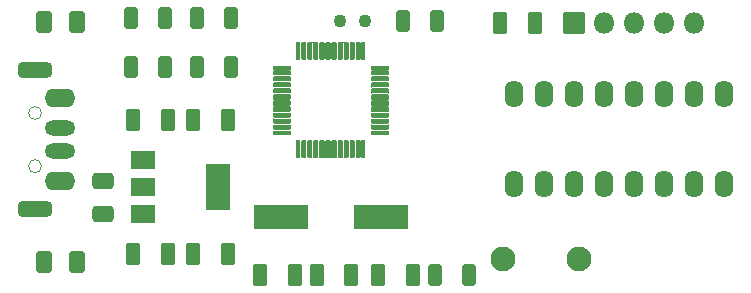
<source format=gbr>
%TF.GenerationSoftware,KiCad,Pcbnew,(7.0.0)*%
%TF.CreationDate,2023-03-02T18:54:12-05:00*%
%TF.ProjectId,STM32_XTW2,53544d33-325f-4585-9457-322e6b696361,rev?*%
%TF.SameCoordinates,Original*%
%TF.FileFunction,Soldermask,Top*%
%TF.FilePolarity,Negative*%
%FSLAX46Y46*%
G04 Gerber Fmt 4.6, Leading zero omitted, Abs format (unit mm)*
G04 Created by KiCad (PCBNEW (7.0.0)) date 2023-03-02 18:54:12*
%MOMM*%
%LPD*%
G01*
G04 APERTURE LIST*
G04 Aperture macros list*
%AMRoundRect*
0 Rectangle with rounded corners*
0 $1 Rounding radius*
0 $2 $3 $4 $5 $6 $7 $8 $9 X,Y pos of 4 corners*
0 Add a 4 corners polygon primitive as box body*
4,1,4,$2,$3,$4,$5,$6,$7,$8,$9,$2,$3,0*
0 Add four circle primitives for the rounded corners*
1,1,$1+$1,$2,$3*
1,1,$1+$1,$4,$5*
1,1,$1+$1,$6,$7*
1,1,$1+$1,$8,$9*
0 Add four rect primitives between the rounded corners*
20,1,$1+$1,$2,$3,$4,$5,0*
20,1,$1+$1,$4,$5,$6,$7,0*
20,1,$1+$1,$6,$7,$8,$9,0*
20,1,$1+$1,$8,$9,$2,$3,0*%
G04 Aperture macros list end*
%TA.AperFunction,Profile*%
%ADD10C,0.050000*%
%TD*%
%ADD11RoundRect,0.300800X0.325000X0.650000X-0.325000X0.650000X-0.325000X-0.650000X0.325000X-0.650000X0*%
%ADD12RoundRect,0.300800X-0.325000X-0.650000X0.325000X-0.650000X0.325000X0.650000X-0.325000X0.650000X0*%
%ADD13C,1.101600*%
%ADD14RoundRect,0.300800X-0.375000X-0.625000X0.375000X-0.625000X0.375000X0.625000X-0.375000X0.625000X0*%
%ADD15RoundRect,0.050800X2.250000X1.000000X-2.250000X1.000000X-2.250000X-1.000000X2.250000X-1.000000X0*%
%ADD16RoundRect,0.300800X-0.625000X0.375000X-0.625000X-0.375000X0.625000X-0.375000X0.625000X0.375000X0*%
%ADD17RoundRect,0.300800X-0.312500X-0.625000X0.312500X-0.625000X0.312500X0.625000X-0.312500X0.625000X0*%
%ADD18RoundRect,0.050800X-1.000000X-0.750000X1.000000X-0.750000X1.000000X0.750000X-1.000000X0.750000X0*%
%ADD19RoundRect,0.050800X-1.000000X-1.900000X1.000000X-1.900000X1.000000X1.900000X-1.000000X1.900000X0*%
%ADD20O,1.602740X2.301240*%
%ADD21C,2.101600*%
%ADD22RoundRect,0.125800X0.075000X-0.662500X0.075000X0.662500X-0.075000X0.662500X-0.075000X-0.662500X0*%
%ADD23RoundRect,0.125800X0.662500X-0.075000X0.662500X0.075000X-0.662500X0.075000X-0.662500X-0.075000X0*%
%ADD24RoundRect,0.300800X0.312500X0.625000X-0.312500X0.625000X-0.312500X-0.625000X0.312500X-0.625000X0*%
%ADD25RoundRect,0.050800X0.850000X-0.850000X0.850000X0.850000X-0.850000X0.850000X-0.850000X-0.850000X0*%
%ADD26O,1.801600X1.801600*%
%ADD27O,2.601600X1.601600*%
%ADD28O,2.601600X1.301600*%
%ADD29RoundRect,0.350800X-1.100000X0.300000X-1.100000X-0.300000X1.100000X-0.300000X1.100000X0.300000X0*%
G04 APERTURE END LIST*
D10*
%TO.C,J1*%
X130436500Y-87700000D02*
G75*
G03*
X130436500Y-87700000I-550000J0D01*
G01*
X130436500Y-92200000D02*
G75*
G03*
X130436500Y-92200000I-550000J0D01*
G01*
%TD*%
D11*
%TO.C,C8*%
X172186600Y-80060800D03*
X169236600Y-80060800D03*
%TD*%
%TO.C,C4*%
X141150000Y-88314500D03*
X138200000Y-88314500D03*
%TD*%
D12*
%TO.C,C1*%
X148965000Y-101396800D03*
X151915000Y-101396800D03*
%TD*%
D13*
%TO.C,TP1*%
X157861000Y-79883000D03*
%TD*%
D12*
%TO.C,C7*%
X143280000Y-99617500D03*
X146230000Y-99617500D03*
%TD*%
D14*
%TO.C,D2*%
X130680000Y-80010000D03*
X133480000Y-80010000D03*
%TD*%
D15*
%TO.C,Y1*%
X159190000Y-96520000D03*
X150690000Y-96520000D03*
%TD*%
D16*
%TO.C,F1*%
X135678250Y-93450000D03*
X135678250Y-96250000D03*
%TD*%
D17*
%TO.C,R3*%
X137971000Y-83845400D03*
X140896000Y-83845400D03*
%TD*%
%TO.C,R2*%
X143571500Y-83845400D03*
X146496500Y-83845400D03*
%TD*%
D18*
%TO.C,U2*%
X139065000Y-91666000D03*
X139065000Y-93966000D03*
D19*
X145365000Y-93966000D03*
D18*
X139065000Y-96266000D03*
%TD*%
D20*
%TO.C,ZIF*%
X188203999Y-86105999D03*
X185663999Y-86105999D03*
X183123999Y-86105999D03*
X180583999Y-86105999D03*
X178043999Y-86105999D03*
X175503999Y-86105999D03*
X172963999Y-86105999D03*
X170423999Y-86105999D03*
X170423999Y-93725999D03*
X172963999Y-93725999D03*
X175503999Y-93725999D03*
X178043999Y-93725999D03*
X180583999Y-93725999D03*
X183123999Y-93725999D03*
X185663999Y-93725999D03*
X188203999Y-93725999D03*
%TD*%
D14*
%TO.C,D1*%
X130680000Y-100330000D03*
X133480000Y-100330000D03*
%TD*%
D21*
%TO.C,SW1*%
X169470000Y-100076000D03*
X175970000Y-100076000D03*
%TD*%
D17*
%TO.C,R6*%
X161036000Y-79883000D03*
X163961000Y-79883000D03*
%TD*%
D22*
%TO.C,U1*%
X152190000Y-90764500D03*
X152690000Y-90764500D03*
X153190000Y-90764500D03*
X153690000Y-90764500D03*
X154190000Y-90764500D03*
X154690000Y-90764500D03*
X155190000Y-90764500D03*
X155690000Y-90764500D03*
X156190000Y-90764500D03*
X156690000Y-90764500D03*
X157190000Y-90764500D03*
X157690000Y-90764500D03*
D23*
X159102500Y-89352000D03*
X159102500Y-88852000D03*
X159102500Y-88352000D03*
X159102500Y-87852000D03*
X159102500Y-87352000D03*
X159102500Y-86852000D03*
X159102500Y-86352000D03*
X159102500Y-85852000D03*
X159102500Y-85352000D03*
X159102500Y-84852000D03*
X159102500Y-84352000D03*
X159102500Y-83852000D03*
D22*
X157690000Y-82439500D03*
X157190000Y-82439500D03*
X156690000Y-82439500D03*
X156190000Y-82439500D03*
X155690000Y-82439500D03*
X155190000Y-82439500D03*
X154690000Y-82439500D03*
X154190000Y-82439500D03*
X153690000Y-82439500D03*
X153190000Y-82439500D03*
X152690000Y-82439500D03*
X152190000Y-82439500D03*
D23*
X150777500Y-83852000D03*
X150777500Y-84352000D03*
X150777500Y-84852000D03*
X150777500Y-85352000D03*
X150777500Y-85852000D03*
X150777500Y-86352000D03*
X150777500Y-86852000D03*
X150777500Y-87352000D03*
X150777500Y-87852000D03*
X150777500Y-88352000D03*
X150777500Y-88852000D03*
X150777500Y-89352000D03*
%TD*%
D24*
%TO.C,R1*%
X166653400Y-101396800D03*
X163728400Y-101396800D03*
%TD*%
D25*
%TO.C,J2*%
X175504000Y-80060800D03*
D26*
X178043999Y-80060799D03*
X180583999Y-80060799D03*
X183123999Y-80060799D03*
X185663999Y-80060799D03*
%TD*%
D12*
%TO.C,C5*%
X143280000Y-88314500D03*
X146230000Y-88314500D03*
%TD*%
D11*
%TO.C,C2*%
X156669000Y-101396800D03*
X153719000Y-101396800D03*
%TD*%
D13*
%TO.C,TP2*%
X155702000Y-79883000D03*
%TD*%
D11*
%TO.C,C6*%
X141150000Y-99617500D03*
X138200000Y-99617500D03*
%TD*%
%TO.C,C3*%
X161886700Y-101396800D03*
X158936700Y-101396800D03*
%TD*%
D17*
%TO.C,R5*%
X143571500Y-79654400D03*
X146496500Y-79654400D03*
%TD*%
D27*
%TO.C,J1*%
X132016499Y-93449999D03*
D28*
X132016499Y-90949999D03*
X132016499Y-88949999D03*
D27*
X132016499Y-86449999D03*
D29*
X129886500Y-84100000D03*
X129886500Y-95800000D03*
%TD*%
D17*
%TO.C,R4*%
X137983500Y-79654400D03*
X140908500Y-79654400D03*
%TD*%
G36*
X157511580Y-90036822D02*
G01*
X157511364Y-90038617D01*
X157500660Y-90054637D01*
X157491200Y-90102199D01*
X157491200Y-91426801D01*
X157500660Y-91474362D01*
X157511363Y-91490380D01*
X157511579Y-91492175D01*
X157510260Y-91493411D01*
X157508482Y-91493078D01*
X157467896Y-91461935D01*
X157412104Y-91461935D01*
X157371517Y-91493078D01*
X157369739Y-91493411D01*
X157368420Y-91492175D01*
X157368636Y-91490380D01*
X157379339Y-91474362D01*
X157388800Y-91426801D01*
X157388800Y-90102199D01*
X157379339Y-90054637D01*
X157368635Y-90038617D01*
X157368419Y-90036822D01*
X157369738Y-90035586D01*
X157371516Y-90035919D01*
X157412105Y-90067064D01*
X157467895Y-90067064D01*
X157508483Y-90035919D01*
X157510261Y-90035586D01*
X157511580Y-90036822D01*
G37*
G36*
X157011580Y-90036822D02*
G01*
X157011364Y-90038617D01*
X157000660Y-90054637D01*
X156991200Y-90102199D01*
X156991200Y-91426801D01*
X157000660Y-91474362D01*
X157011363Y-91490380D01*
X157011579Y-91492175D01*
X157010260Y-91493411D01*
X157008482Y-91493078D01*
X156967896Y-91461935D01*
X156912104Y-91461935D01*
X156871517Y-91493078D01*
X156869739Y-91493411D01*
X156868420Y-91492175D01*
X156868636Y-91490380D01*
X156879339Y-91474362D01*
X156888800Y-91426801D01*
X156888800Y-90102199D01*
X156879339Y-90054637D01*
X156868635Y-90038617D01*
X156868419Y-90036822D01*
X156869738Y-90035586D01*
X156871516Y-90035919D01*
X156912105Y-90067064D01*
X156967895Y-90067064D01*
X157008483Y-90035919D01*
X157010261Y-90035586D01*
X157011580Y-90036822D01*
G37*
G36*
X156511580Y-90036822D02*
G01*
X156511364Y-90038617D01*
X156500660Y-90054637D01*
X156491200Y-90102199D01*
X156491200Y-91426801D01*
X156500660Y-91474362D01*
X156511363Y-91490380D01*
X156511579Y-91492175D01*
X156510260Y-91493411D01*
X156508482Y-91493078D01*
X156467896Y-91461935D01*
X156412104Y-91461935D01*
X156371517Y-91493078D01*
X156369739Y-91493411D01*
X156368420Y-91492175D01*
X156368636Y-91490380D01*
X156379339Y-91474362D01*
X156388800Y-91426801D01*
X156388800Y-90102199D01*
X156379339Y-90054637D01*
X156368635Y-90038617D01*
X156368419Y-90036822D01*
X156369738Y-90035586D01*
X156371516Y-90035919D01*
X156412105Y-90067064D01*
X156467895Y-90067064D01*
X156508483Y-90035919D01*
X156510261Y-90035586D01*
X156511580Y-90036822D01*
G37*
G36*
X156011580Y-90036822D02*
G01*
X156011364Y-90038617D01*
X156000660Y-90054637D01*
X155991200Y-90102199D01*
X155991200Y-91426801D01*
X156000660Y-91474362D01*
X156011363Y-91490380D01*
X156011579Y-91492175D01*
X156010260Y-91493411D01*
X156008482Y-91493078D01*
X155967896Y-91461935D01*
X155912104Y-91461935D01*
X155871517Y-91493078D01*
X155869739Y-91493411D01*
X155868420Y-91492175D01*
X155868636Y-91490380D01*
X155879339Y-91474362D01*
X155888800Y-91426801D01*
X155888800Y-90102199D01*
X155879339Y-90054637D01*
X155868635Y-90038617D01*
X155868419Y-90036822D01*
X155869738Y-90035586D01*
X155871516Y-90035919D01*
X155912105Y-90067064D01*
X155967895Y-90067064D01*
X156008483Y-90035919D01*
X156010261Y-90035586D01*
X156011580Y-90036822D01*
G37*
G36*
X155511580Y-90036822D02*
G01*
X155511364Y-90038617D01*
X155500660Y-90054637D01*
X155491200Y-90102199D01*
X155491200Y-91426801D01*
X155500660Y-91474362D01*
X155511363Y-91490380D01*
X155511579Y-91492175D01*
X155510260Y-91493411D01*
X155508482Y-91493078D01*
X155467896Y-91461935D01*
X155412104Y-91461935D01*
X155371517Y-91493078D01*
X155369739Y-91493411D01*
X155368420Y-91492175D01*
X155368636Y-91490380D01*
X155379339Y-91474362D01*
X155388800Y-91426801D01*
X155388800Y-90102199D01*
X155379339Y-90054637D01*
X155368635Y-90038617D01*
X155368419Y-90036822D01*
X155369738Y-90035586D01*
X155371516Y-90035919D01*
X155412105Y-90067064D01*
X155467895Y-90067064D01*
X155508483Y-90035919D01*
X155510261Y-90035586D01*
X155511580Y-90036822D01*
G37*
G36*
X155011580Y-90036822D02*
G01*
X155011364Y-90038617D01*
X155000660Y-90054637D01*
X154991200Y-90102199D01*
X154991200Y-91426801D01*
X155000660Y-91474362D01*
X155011363Y-91490380D01*
X155011579Y-91492175D01*
X155010260Y-91493411D01*
X155008482Y-91493078D01*
X154967896Y-91461935D01*
X154912104Y-91461935D01*
X154871517Y-91493078D01*
X154869739Y-91493411D01*
X154868420Y-91492175D01*
X154868636Y-91490380D01*
X154879339Y-91474362D01*
X154888800Y-91426801D01*
X154888800Y-90102199D01*
X154879339Y-90054637D01*
X154868635Y-90038617D01*
X154868419Y-90036822D01*
X154869738Y-90035586D01*
X154871516Y-90035919D01*
X154912105Y-90067064D01*
X154967895Y-90067064D01*
X155008483Y-90035919D01*
X155010261Y-90035586D01*
X155011580Y-90036822D01*
G37*
G36*
X154511580Y-90036822D02*
G01*
X154511364Y-90038617D01*
X154500660Y-90054637D01*
X154491200Y-90102199D01*
X154491200Y-91426801D01*
X154500660Y-91474362D01*
X154511363Y-91490380D01*
X154511579Y-91492175D01*
X154510260Y-91493411D01*
X154508482Y-91493078D01*
X154467896Y-91461935D01*
X154412104Y-91461935D01*
X154371517Y-91493078D01*
X154369739Y-91493411D01*
X154368420Y-91492175D01*
X154368636Y-91490380D01*
X154379339Y-91474362D01*
X154388800Y-91426801D01*
X154388800Y-90102199D01*
X154379339Y-90054637D01*
X154368635Y-90038617D01*
X154368419Y-90036822D01*
X154369738Y-90035586D01*
X154371516Y-90035919D01*
X154412105Y-90067064D01*
X154467895Y-90067064D01*
X154508483Y-90035919D01*
X154510261Y-90035586D01*
X154511580Y-90036822D01*
G37*
G36*
X154011580Y-90036822D02*
G01*
X154011364Y-90038617D01*
X154000660Y-90054637D01*
X153991200Y-90102199D01*
X153991200Y-91426801D01*
X154000660Y-91474362D01*
X154011363Y-91490380D01*
X154011579Y-91492175D01*
X154010260Y-91493411D01*
X154008482Y-91493078D01*
X153967896Y-91461935D01*
X153912104Y-91461935D01*
X153871517Y-91493078D01*
X153869739Y-91493411D01*
X153868420Y-91492175D01*
X153868636Y-91490380D01*
X153879339Y-91474362D01*
X153888800Y-91426801D01*
X153888800Y-90102199D01*
X153879339Y-90054637D01*
X153868635Y-90038617D01*
X153868419Y-90036822D01*
X153869738Y-90035586D01*
X153871516Y-90035919D01*
X153912105Y-90067064D01*
X153967895Y-90067064D01*
X154008483Y-90035919D01*
X154010261Y-90035586D01*
X154011580Y-90036822D01*
G37*
G36*
X153511580Y-90036822D02*
G01*
X153511364Y-90038617D01*
X153500660Y-90054637D01*
X153491200Y-90102199D01*
X153491200Y-91426801D01*
X153500660Y-91474362D01*
X153511363Y-91490380D01*
X153511579Y-91492175D01*
X153510260Y-91493411D01*
X153508482Y-91493078D01*
X153467896Y-91461935D01*
X153412104Y-91461935D01*
X153371517Y-91493078D01*
X153369739Y-91493411D01*
X153368420Y-91492175D01*
X153368636Y-91490380D01*
X153379339Y-91474362D01*
X153388800Y-91426801D01*
X153388800Y-90102199D01*
X153379339Y-90054637D01*
X153368635Y-90038617D01*
X153368419Y-90036822D01*
X153369738Y-90035586D01*
X153371516Y-90035919D01*
X153412105Y-90067064D01*
X153467895Y-90067064D01*
X153508483Y-90035919D01*
X153510261Y-90035586D01*
X153511580Y-90036822D01*
G37*
G36*
X153011580Y-90036822D02*
G01*
X153011364Y-90038617D01*
X153000660Y-90054637D01*
X152991200Y-90102199D01*
X152991200Y-91426801D01*
X153000660Y-91474362D01*
X153011363Y-91490380D01*
X153011579Y-91492175D01*
X153010260Y-91493411D01*
X153008482Y-91493078D01*
X152967896Y-91461935D01*
X152912104Y-91461935D01*
X152871517Y-91493078D01*
X152869739Y-91493411D01*
X152868420Y-91492175D01*
X152868636Y-91490380D01*
X152879339Y-91474362D01*
X152888800Y-91426801D01*
X152888800Y-90102199D01*
X152879339Y-90054637D01*
X152868635Y-90038617D01*
X152868419Y-90036822D01*
X152869738Y-90035586D01*
X152871516Y-90035919D01*
X152912105Y-90067064D01*
X152967895Y-90067064D01*
X153008483Y-90035919D01*
X153010261Y-90035586D01*
X153011580Y-90036822D01*
G37*
G36*
X152511580Y-90036822D02*
G01*
X152511364Y-90038617D01*
X152500660Y-90054637D01*
X152491200Y-90102199D01*
X152491200Y-91426801D01*
X152500660Y-91474362D01*
X152511363Y-91490380D01*
X152511579Y-91492175D01*
X152510260Y-91493411D01*
X152508482Y-91493078D01*
X152467896Y-91461935D01*
X152412104Y-91461935D01*
X152371517Y-91493078D01*
X152369739Y-91493411D01*
X152368420Y-91492175D01*
X152368636Y-91490380D01*
X152379339Y-91474362D01*
X152388800Y-91426801D01*
X152388800Y-90102199D01*
X152379339Y-90054637D01*
X152368635Y-90038617D01*
X152368419Y-90036822D01*
X152369738Y-90035586D01*
X152371516Y-90035919D01*
X152412105Y-90067064D01*
X152467895Y-90067064D01*
X152508483Y-90035919D01*
X152510261Y-90035586D01*
X152511580Y-90036822D01*
G37*
G36*
X158376617Y-89030635D02*
G01*
X158392637Y-89041339D01*
X158440199Y-89050800D01*
X159764801Y-89050800D01*
X159812362Y-89041339D01*
X159828380Y-89030636D01*
X159830175Y-89030420D01*
X159831411Y-89031739D01*
X159831078Y-89033517D01*
X159799935Y-89074104D01*
X159799935Y-89129896D01*
X159831078Y-89170482D01*
X159831411Y-89172260D01*
X159830175Y-89173579D01*
X159828380Y-89173363D01*
X159812362Y-89162660D01*
X159764801Y-89153200D01*
X158440199Y-89153200D01*
X158392637Y-89162660D01*
X158376617Y-89173364D01*
X158374822Y-89173580D01*
X158373586Y-89172261D01*
X158373919Y-89170483D01*
X158405064Y-89129895D01*
X158405064Y-89074105D01*
X158373919Y-89033516D01*
X158373586Y-89031738D01*
X158374822Y-89030419D01*
X158376617Y-89030635D01*
G37*
G36*
X150051617Y-89030635D02*
G01*
X150067637Y-89041339D01*
X150115199Y-89050800D01*
X151439801Y-89050800D01*
X151487362Y-89041339D01*
X151503380Y-89030636D01*
X151505175Y-89030420D01*
X151506411Y-89031739D01*
X151506078Y-89033517D01*
X151474935Y-89074104D01*
X151474935Y-89129896D01*
X151506078Y-89170482D01*
X151506411Y-89172260D01*
X151505175Y-89173579D01*
X151503380Y-89173363D01*
X151487362Y-89162660D01*
X151439801Y-89153200D01*
X150115199Y-89153200D01*
X150067637Y-89162660D01*
X150051617Y-89173364D01*
X150049822Y-89173580D01*
X150048586Y-89172261D01*
X150048919Y-89170483D01*
X150080064Y-89129895D01*
X150080064Y-89074105D01*
X150048919Y-89033516D01*
X150048586Y-89031738D01*
X150049822Y-89030419D01*
X150051617Y-89030635D01*
G37*
G36*
X158376617Y-88530635D02*
G01*
X158392637Y-88541339D01*
X158440199Y-88550800D01*
X159764801Y-88550800D01*
X159812362Y-88541339D01*
X159828380Y-88530636D01*
X159830175Y-88530420D01*
X159831411Y-88531739D01*
X159831078Y-88533517D01*
X159799935Y-88574104D01*
X159799935Y-88629896D01*
X159831078Y-88670482D01*
X159831411Y-88672260D01*
X159830175Y-88673579D01*
X159828380Y-88673363D01*
X159812362Y-88662660D01*
X159764801Y-88653200D01*
X158440199Y-88653200D01*
X158392637Y-88662660D01*
X158376617Y-88673364D01*
X158374822Y-88673580D01*
X158373586Y-88672261D01*
X158373919Y-88670483D01*
X158405064Y-88629895D01*
X158405064Y-88574105D01*
X158373919Y-88533516D01*
X158373586Y-88531738D01*
X158374822Y-88530419D01*
X158376617Y-88530635D01*
G37*
G36*
X150051617Y-88530635D02*
G01*
X150067637Y-88541339D01*
X150115199Y-88550800D01*
X151439801Y-88550800D01*
X151487362Y-88541339D01*
X151503380Y-88530636D01*
X151505175Y-88530420D01*
X151506411Y-88531739D01*
X151506078Y-88533517D01*
X151474935Y-88574104D01*
X151474935Y-88629896D01*
X151506078Y-88670482D01*
X151506411Y-88672260D01*
X151505175Y-88673579D01*
X151503380Y-88673363D01*
X151487362Y-88662660D01*
X151439801Y-88653200D01*
X150115199Y-88653200D01*
X150067637Y-88662660D01*
X150051617Y-88673364D01*
X150049822Y-88673580D01*
X150048586Y-88672261D01*
X150048919Y-88670483D01*
X150080064Y-88629895D01*
X150080064Y-88574105D01*
X150048919Y-88533516D01*
X150048586Y-88531738D01*
X150049822Y-88530419D01*
X150051617Y-88530635D01*
G37*
G36*
X159831411Y-88031739D02*
G01*
X159831078Y-88033517D01*
X159799935Y-88074104D01*
X159799935Y-88129896D01*
X159831078Y-88170482D01*
X159831411Y-88172260D01*
X159830175Y-88173579D01*
X159828380Y-88173363D01*
X159812362Y-88162660D01*
X159764801Y-88153200D01*
X158440199Y-88153200D01*
X158392637Y-88162660D01*
X158376618Y-88173364D01*
X158374823Y-88173580D01*
X158373587Y-88172261D01*
X158373920Y-88170483D01*
X158405064Y-88129893D01*
X158405064Y-88074101D01*
X158373921Y-88033517D01*
X158373588Y-88031739D01*
X158374824Y-88030420D01*
X158376619Y-88030636D01*
X158392637Y-88041339D01*
X158440199Y-88050800D01*
X159764801Y-88050800D01*
X159812362Y-88041339D01*
X159828380Y-88030636D01*
X159830175Y-88030420D01*
X159831411Y-88031739D01*
G37*
G36*
X151506411Y-88031739D02*
G01*
X151506078Y-88033517D01*
X151474935Y-88074104D01*
X151474935Y-88129896D01*
X151506078Y-88170482D01*
X151506411Y-88172260D01*
X151505175Y-88173579D01*
X151503380Y-88173363D01*
X151487362Y-88162660D01*
X151439801Y-88153200D01*
X150115199Y-88153200D01*
X150067637Y-88162660D01*
X150051618Y-88173364D01*
X150049823Y-88173580D01*
X150048587Y-88172261D01*
X150048920Y-88170483D01*
X150080064Y-88129893D01*
X150080064Y-88074101D01*
X150048921Y-88033517D01*
X150048588Y-88031739D01*
X150049824Y-88030420D01*
X150051619Y-88030636D01*
X150067637Y-88041339D01*
X150115199Y-88050800D01*
X151439801Y-88050800D01*
X151487362Y-88041339D01*
X151503380Y-88030636D01*
X151505175Y-88030420D01*
X151506411Y-88031739D01*
G37*
G36*
X158376617Y-87530635D02*
G01*
X158392637Y-87541339D01*
X158440199Y-87550800D01*
X159764801Y-87550800D01*
X159812362Y-87541339D01*
X159828380Y-87530636D01*
X159830175Y-87530420D01*
X159831411Y-87531739D01*
X159831078Y-87533517D01*
X159799935Y-87574104D01*
X159799935Y-87629896D01*
X159831078Y-87670482D01*
X159831411Y-87672260D01*
X159830175Y-87673579D01*
X159828380Y-87673363D01*
X159812362Y-87662660D01*
X159764801Y-87653200D01*
X158440199Y-87653200D01*
X158392637Y-87662660D01*
X158376617Y-87673364D01*
X158374822Y-87673580D01*
X158373586Y-87672261D01*
X158373919Y-87670483D01*
X158405064Y-87629895D01*
X158405064Y-87574105D01*
X158373919Y-87533516D01*
X158373586Y-87531738D01*
X158374822Y-87530419D01*
X158376617Y-87530635D01*
G37*
G36*
X150051617Y-87530635D02*
G01*
X150067637Y-87541339D01*
X150115199Y-87550800D01*
X151439801Y-87550800D01*
X151487362Y-87541339D01*
X151503380Y-87530636D01*
X151505175Y-87530420D01*
X151506411Y-87531739D01*
X151506078Y-87533517D01*
X151474935Y-87574104D01*
X151474935Y-87629896D01*
X151506078Y-87670482D01*
X151506411Y-87672260D01*
X151505175Y-87673579D01*
X151503380Y-87673363D01*
X151487362Y-87662660D01*
X151439801Y-87653200D01*
X150115199Y-87653200D01*
X150067637Y-87662660D01*
X150051617Y-87673364D01*
X150049822Y-87673580D01*
X150048586Y-87672261D01*
X150048919Y-87670483D01*
X150080064Y-87629895D01*
X150080064Y-87574105D01*
X150048919Y-87533516D01*
X150048586Y-87531738D01*
X150049822Y-87530419D01*
X150051617Y-87530635D01*
G37*
G36*
X158376617Y-87030635D02*
G01*
X158392637Y-87041339D01*
X158440199Y-87050800D01*
X159764801Y-87050800D01*
X159812362Y-87041339D01*
X159828380Y-87030636D01*
X159830175Y-87030420D01*
X159831411Y-87031739D01*
X159831078Y-87033517D01*
X159799935Y-87074104D01*
X159799935Y-87129896D01*
X159831078Y-87170482D01*
X159831411Y-87172260D01*
X159830175Y-87173579D01*
X159828380Y-87173363D01*
X159812362Y-87162660D01*
X159764801Y-87153200D01*
X158440199Y-87153200D01*
X158392637Y-87162660D01*
X158376617Y-87173364D01*
X158374822Y-87173580D01*
X158373586Y-87172261D01*
X158373919Y-87170483D01*
X158405064Y-87129895D01*
X158405064Y-87074105D01*
X158373919Y-87033516D01*
X158373586Y-87031738D01*
X158374822Y-87030419D01*
X158376617Y-87030635D01*
G37*
G36*
X150051617Y-87030635D02*
G01*
X150067637Y-87041339D01*
X150115199Y-87050800D01*
X151439801Y-87050800D01*
X151487362Y-87041339D01*
X151503380Y-87030636D01*
X151505175Y-87030420D01*
X151506411Y-87031739D01*
X151506078Y-87033517D01*
X151474935Y-87074104D01*
X151474935Y-87129896D01*
X151506078Y-87170482D01*
X151506411Y-87172260D01*
X151505175Y-87173579D01*
X151503380Y-87173363D01*
X151487362Y-87162660D01*
X151439801Y-87153200D01*
X150115199Y-87153200D01*
X150067637Y-87162660D01*
X150051617Y-87173364D01*
X150049822Y-87173580D01*
X150048586Y-87172261D01*
X150048919Y-87170483D01*
X150080064Y-87129895D01*
X150080064Y-87074105D01*
X150048919Y-87033516D01*
X150048586Y-87031738D01*
X150049822Y-87030419D01*
X150051617Y-87030635D01*
G37*
G36*
X158376617Y-86530635D02*
G01*
X158392637Y-86541339D01*
X158440199Y-86550800D01*
X159764801Y-86550800D01*
X159812362Y-86541339D01*
X159828380Y-86530636D01*
X159830175Y-86530420D01*
X159831411Y-86531739D01*
X159831078Y-86533517D01*
X159799935Y-86574104D01*
X159799935Y-86629896D01*
X159831078Y-86670482D01*
X159831411Y-86672260D01*
X159830175Y-86673579D01*
X159828380Y-86673363D01*
X159812362Y-86662660D01*
X159764801Y-86653200D01*
X158440199Y-86653200D01*
X158392637Y-86662660D01*
X158376617Y-86673364D01*
X158374822Y-86673580D01*
X158373586Y-86672261D01*
X158373919Y-86670483D01*
X158405064Y-86629895D01*
X158405064Y-86574105D01*
X158373919Y-86533516D01*
X158373586Y-86531738D01*
X158374822Y-86530419D01*
X158376617Y-86530635D01*
G37*
G36*
X150051617Y-86530635D02*
G01*
X150067637Y-86541339D01*
X150115199Y-86550800D01*
X151439801Y-86550800D01*
X151487362Y-86541339D01*
X151503380Y-86530636D01*
X151505175Y-86530420D01*
X151506411Y-86531739D01*
X151506078Y-86533517D01*
X151474935Y-86574104D01*
X151474935Y-86629896D01*
X151506078Y-86670482D01*
X151506411Y-86672260D01*
X151505175Y-86673579D01*
X151503380Y-86673363D01*
X151487362Y-86662660D01*
X151439801Y-86653200D01*
X150115199Y-86653200D01*
X150067637Y-86662660D01*
X150051617Y-86673364D01*
X150049822Y-86673580D01*
X150048586Y-86672261D01*
X150048919Y-86670483D01*
X150080064Y-86629895D01*
X150080064Y-86574105D01*
X150048919Y-86533516D01*
X150048586Y-86531738D01*
X150049822Y-86530419D01*
X150051617Y-86530635D01*
G37*
G36*
X158376617Y-86030635D02*
G01*
X158392637Y-86041339D01*
X158440199Y-86050800D01*
X159764801Y-86050800D01*
X159812362Y-86041339D01*
X159828380Y-86030636D01*
X159830175Y-86030420D01*
X159831411Y-86031739D01*
X159831078Y-86033517D01*
X159799935Y-86074104D01*
X159799935Y-86129896D01*
X159831078Y-86170482D01*
X159831411Y-86172260D01*
X159830175Y-86173579D01*
X159828380Y-86173363D01*
X159812362Y-86162660D01*
X159764801Y-86153200D01*
X158440199Y-86153200D01*
X158392637Y-86162660D01*
X158376617Y-86173364D01*
X158374822Y-86173580D01*
X158373586Y-86172261D01*
X158373919Y-86170483D01*
X158405064Y-86129895D01*
X158405064Y-86074105D01*
X158373919Y-86033516D01*
X158373586Y-86031738D01*
X158374822Y-86030419D01*
X158376617Y-86030635D01*
G37*
G36*
X150051617Y-86030635D02*
G01*
X150067637Y-86041339D01*
X150115199Y-86050800D01*
X151439801Y-86050800D01*
X151487362Y-86041339D01*
X151503380Y-86030636D01*
X151505175Y-86030420D01*
X151506411Y-86031739D01*
X151506078Y-86033517D01*
X151474935Y-86074104D01*
X151474935Y-86129896D01*
X151506078Y-86170482D01*
X151506411Y-86172260D01*
X151505175Y-86173579D01*
X151503380Y-86173363D01*
X151487362Y-86162660D01*
X151439801Y-86153200D01*
X150115199Y-86153200D01*
X150067637Y-86162660D01*
X150051617Y-86173364D01*
X150049822Y-86173580D01*
X150048586Y-86172261D01*
X150048919Y-86170483D01*
X150080064Y-86129895D01*
X150080064Y-86074105D01*
X150048919Y-86033516D01*
X150048586Y-86031738D01*
X150049822Y-86030419D01*
X150051617Y-86030635D01*
G37*
G36*
X158376617Y-85530635D02*
G01*
X158392637Y-85541339D01*
X158440199Y-85550800D01*
X159764801Y-85550800D01*
X159812362Y-85541339D01*
X159828380Y-85530636D01*
X159830175Y-85530420D01*
X159831411Y-85531739D01*
X159831078Y-85533517D01*
X159799935Y-85574104D01*
X159799935Y-85629896D01*
X159831078Y-85670482D01*
X159831411Y-85672260D01*
X159830175Y-85673579D01*
X159828380Y-85673363D01*
X159812362Y-85662660D01*
X159764801Y-85653200D01*
X158440199Y-85653200D01*
X158392637Y-85662660D01*
X158376617Y-85673364D01*
X158374822Y-85673580D01*
X158373586Y-85672261D01*
X158373919Y-85670483D01*
X158405064Y-85629895D01*
X158405064Y-85574105D01*
X158373919Y-85533516D01*
X158373586Y-85531738D01*
X158374822Y-85530419D01*
X158376617Y-85530635D01*
G37*
G36*
X150051617Y-85530635D02*
G01*
X150067637Y-85541339D01*
X150115199Y-85550800D01*
X151439801Y-85550800D01*
X151487362Y-85541339D01*
X151503380Y-85530636D01*
X151505175Y-85530420D01*
X151506411Y-85531739D01*
X151506078Y-85533517D01*
X151474935Y-85574104D01*
X151474935Y-85629896D01*
X151506078Y-85670482D01*
X151506411Y-85672260D01*
X151505175Y-85673579D01*
X151503380Y-85673363D01*
X151487362Y-85662660D01*
X151439801Y-85653200D01*
X150115199Y-85653200D01*
X150067637Y-85662660D01*
X150051617Y-85673364D01*
X150049822Y-85673580D01*
X150048586Y-85672261D01*
X150048919Y-85670483D01*
X150080064Y-85629895D01*
X150080064Y-85574105D01*
X150048919Y-85533516D01*
X150048586Y-85531738D01*
X150049822Y-85530419D01*
X150051617Y-85530635D01*
G37*
G36*
X159831411Y-85031739D02*
G01*
X159831078Y-85033517D01*
X159799935Y-85074104D01*
X159799935Y-85129896D01*
X159831078Y-85170482D01*
X159831411Y-85172260D01*
X159830175Y-85173579D01*
X159828380Y-85173363D01*
X159812362Y-85162660D01*
X159764801Y-85153200D01*
X158440199Y-85153200D01*
X158392637Y-85162660D01*
X158376618Y-85173364D01*
X158374823Y-85173580D01*
X158373587Y-85172261D01*
X158373920Y-85170483D01*
X158405064Y-85129893D01*
X158405064Y-85074101D01*
X158373921Y-85033517D01*
X158373588Y-85031739D01*
X158374824Y-85030420D01*
X158376619Y-85030636D01*
X158392637Y-85041339D01*
X158440199Y-85050800D01*
X159764801Y-85050800D01*
X159812362Y-85041339D01*
X159828380Y-85030636D01*
X159830175Y-85030420D01*
X159831411Y-85031739D01*
G37*
G36*
X151506411Y-85031739D02*
G01*
X151506078Y-85033517D01*
X151474935Y-85074104D01*
X151474935Y-85129896D01*
X151506078Y-85170482D01*
X151506411Y-85172260D01*
X151505175Y-85173579D01*
X151503380Y-85173363D01*
X151487362Y-85162660D01*
X151439801Y-85153200D01*
X150115199Y-85153200D01*
X150067637Y-85162660D01*
X150051618Y-85173364D01*
X150049823Y-85173580D01*
X150048587Y-85172261D01*
X150048920Y-85170483D01*
X150080064Y-85129893D01*
X150080064Y-85074101D01*
X150048921Y-85033517D01*
X150048588Y-85031739D01*
X150049824Y-85030420D01*
X150051619Y-85030636D01*
X150067637Y-85041339D01*
X150115199Y-85050800D01*
X151439801Y-85050800D01*
X151487362Y-85041339D01*
X151503380Y-85030636D01*
X151505175Y-85030420D01*
X151506411Y-85031739D01*
G37*
G36*
X158376617Y-84530635D02*
G01*
X158392637Y-84541339D01*
X158440199Y-84550800D01*
X159764801Y-84550800D01*
X159812362Y-84541339D01*
X159828380Y-84530636D01*
X159830175Y-84530420D01*
X159831411Y-84531739D01*
X159831078Y-84533517D01*
X159799935Y-84574104D01*
X159799935Y-84629896D01*
X159831078Y-84670482D01*
X159831411Y-84672260D01*
X159830175Y-84673579D01*
X159828380Y-84673363D01*
X159812362Y-84662660D01*
X159764801Y-84653200D01*
X158440199Y-84653200D01*
X158392637Y-84662660D01*
X158376617Y-84673364D01*
X158374822Y-84673580D01*
X158373586Y-84672261D01*
X158373919Y-84670483D01*
X158405064Y-84629895D01*
X158405064Y-84574105D01*
X158373919Y-84533516D01*
X158373586Y-84531738D01*
X158374822Y-84530419D01*
X158376617Y-84530635D01*
G37*
G36*
X150051617Y-84530635D02*
G01*
X150067637Y-84541339D01*
X150115199Y-84550800D01*
X151439801Y-84550800D01*
X151487362Y-84541339D01*
X151503380Y-84530636D01*
X151505175Y-84530420D01*
X151506411Y-84531739D01*
X151506078Y-84533517D01*
X151474935Y-84574104D01*
X151474935Y-84629896D01*
X151506078Y-84670482D01*
X151506411Y-84672260D01*
X151505175Y-84673579D01*
X151503380Y-84673363D01*
X151487362Y-84662660D01*
X151439801Y-84653200D01*
X150115199Y-84653200D01*
X150067637Y-84662660D01*
X150051617Y-84673364D01*
X150049822Y-84673580D01*
X150048586Y-84672261D01*
X150048919Y-84670483D01*
X150080064Y-84629895D01*
X150080064Y-84574105D01*
X150048919Y-84533516D01*
X150048586Y-84531738D01*
X150049822Y-84530419D01*
X150051617Y-84530635D01*
G37*
G36*
X158376617Y-84030635D02*
G01*
X158392637Y-84041339D01*
X158440199Y-84050800D01*
X159764801Y-84050800D01*
X159812362Y-84041339D01*
X159828380Y-84030636D01*
X159830175Y-84030420D01*
X159831411Y-84031739D01*
X159831078Y-84033517D01*
X159799935Y-84074104D01*
X159799935Y-84129896D01*
X159831078Y-84170482D01*
X159831411Y-84172260D01*
X159830175Y-84173579D01*
X159828380Y-84173363D01*
X159812362Y-84162660D01*
X159764801Y-84153200D01*
X158440199Y-84153200D01*
X158392637Y-84162660D01*
X158376617Y-84173364D01*
X158374822Y-84173580D01*
X158373586Y-84172261D01*
X158373919Y-84170483D01*
X158405064Y-84129895D01*
X158405064Y-84074105D01*
X158373919Y-84033516D01*
X158373586Y-84031738D01*
X158374822Y-84030419D01*
X158376617Y-84030635D01*
G37*
G36*
X150051617Y-84030635D02*
G01*
X150067637Y-84041339D01*
X150115199Y-84050800D01*
X151439801Y-84050800D01*
X151487362Y-84041339D01*
X151503380Y-84030636D01*
X151505175Y-84030420D01*
X151506411Y-84031739D01*
X151506078Y-84033517D01*
X151474935Y-84074104D01*
X151474935Y-84129896D01*
X151506078Y-84170482D01*
X151506411Y-84172260D01*
X151505175Y-84173579D01*
X151503380Y-84173363D01*
X151487362Y-84162660D01*
X151439801Y-84153200D01*
X150115199Y-84153200D01*
X150067637Y-84162660D01*
X150051617Y-84173364D01*
X150049822Y-84173580D01*
X150048586Y-84172261D01*
X150048919Y-84170483D01*
X150080064Y-84129895D01*
X150080064Y-84074105D01*
X150048919Y-84033516D01*
X150048586Y-84031738D01*
X150049822Y-84030419D01*
X150051617Y-84030635D01*
G37*
G36*
X157511580Y-81711822D02*
G01*
X157511364Y-81713617D01*
X157500660Y-81729637D01*
X157491200Y-81777199D01*
X157491200Y-83101801D01*
X157500660Y-83149362D01*
X157511363Y-83165380D01*
X157511579Y-83167175D01*
X157510260Y-83168411D01*
X157508482Y-83168078D01*
X157467896Y-83136935D01*
X157412104Y-83136935D01*
X157371517Y-83168078D01*
X157369739Y-83168411D01*
X157368420Y-83167175D01*
X157368636Y-83165380D01*
X157379339Y-83149362D01*
X157388800Y-83101801D01*
X157388800Y-81777199D01*
X157379339Y-81729637D01*
X157368635Y-81713617D01*
X157368419Y-81711822D01*
X157369738Y-81710586D01*
X157371516Y-81710919D01*
X157412105Y-81742064D01*
X157467895Y-81742064D01*
X157508483Y-81710919D01*
X157510261Y-81710586D01*
X157511580Y-81711822D01*
G37*
G36*
X157011580Y-81711822D02*
G01*
X157011364Y-81713617D01*
X157000660Y-81729637D01*
X156991200Y-81777199D01*
X156991200Y-83101801D01*
X157000660Y-83149362D01*
X157011363Y-83165380D01*
X157011579Y-83167175D01*
X157010260Y-83168411D01*
X157008482Y-83168078D01*
X156967896Y-83136935D01*
X156912104Y-83136935D01*
X156871517Y-83168078D01*
X156869739Y-83168411D01*
X156868420Y-83167175D01*
X156868636Y-83165380D01*
X156879339Y-83149362D01*
X156888800Y-83101801D01*
X156888800Y-81777199D01*
X156879339Y-81729637D01*
X156868635Y-81713617D01*
X156868419Y-81711822D01*
X156869738Y-81710586D01*
X156871516Y-81710919D01*
X156912105Y-81742064D01*
X156967895Y-81742064D01*
X157008483Y-81710919D01*
X157010261Y-81710586D01*
X157011580Y-81711822D01*
G37*
G36*
X156511580Y-81711822D02*
G01*
X156511364Y-81713617D01*
X156500660Y-81729637D01*
X156491200Y-81777199D01*
X156491200Y-83101801D01*
X156500660Y-83149362D01*
X156511363Y-83165380D01*
X156511579Y-83167175D01*
X156510260Y-83168411D01*
X156508482Y-83168078D01*
X156467896Y-83136935D01*
X156412104Y-83136935D01*
X156371517Y-83168078D01*
X156369739Y-83168411D01*
X156368420Y-83167175D01*
X156368636Y-83165380D01*
X156379339Y-83149362D01*
X156388800Y-83101801D01*
X156388800Y-81777199D01*
X156379339Y-81729637D01*
X156368635Y-81713617D01*
X156368419Y-81711822D01*
X156369738Y-81710586D01*
X156371516Y-81710919D01*
X156412105Y-81742064D01*
X156467895Y-81742064D01*
X156508483Y-81710919D01*
X156510261Y-81710586D01*
X156511580Y-81711822D01*
G37*
G36*
X156011580Y-81711822D02*
G01*
X156011364Y-81713617D01*
X156000660Y-81729637D01*
X155991200Y-81777199D01*
X155991200Y-83101801D01*
X156000660Y-83149362D01*
X156011363Y-83165380D01*
X156011579Y-83167175D01*
X156010260Y-83168411D01*
X156008482Y-83168078D01*
X155967896Y-83136935D01*
X155912104Y-83136935D01*
X155871517Y-83168078D01*
X155869739Y-83168411D01*
X155868420Y-83167175D01*
X155868636Y-83165380D01*
X155879339Y-83149362D01*
X155888800Y-83101801D01*
X155888800Y-81777199D01*
X155879339Y-81729637D01*
X155868635Y-81713617D01*
X155868419Y-81711822D01*
X155869738Y-81710586D01*
X155871516Y-81710919D01*
X155912105Y-81742064D01*
X155967895Y-81742064D01*
X156008483Y-81710919D01*
X156010261Y-81710586D01*
X156011580Y-81711822D01*
G37*
G36*
X155511580Y-81711822D02*
G01*
X155511364Y-81713617D01*
X155500660Y-81729637D01*
X155491200Y-81777199D01*
X155491200Y-83101801D01*
X155500660Y-83149362D01*
X155511363Y-83165380D01*
X155511579Y-83167175D01*
X155510260Y-83168411D01*
X155508482Y-83168078D01*
X155467896Y-83136935D01*
X155412104Y-83136935D01*
X155371517Y-83168078D01*
X155369739Y-83168411D01*
X155368420Y-83167175D01*
X155368636Y-83165380D01*
X155379339Y-83149362D01*
X155388800Y-83101801D01*
X155388800Y-81777199D01*
X155379339Y-81729637D01*
X155368635Y-81713617D01*
X155368419Y-81711822D01*
X155369738Y-81710586D01*
X155371516Y-81710919D01*
X155412105Y-81742064D01*
X155467895Y-81742064D01*
X155508483Y-81710919D01*
X155510261Y-81710586D01*
X155511580Y-81711822D01*
G37*
G36*
X155011580Y-81711822D02*
G01*
X155011364Y-81713617D01*
X155000660Y-81729637D01*
X154991200Y-81777199D01*
X154991200Y-83101801D01*
X155000660Y-83149362D01*
X155011363Y-83165380D01*
X155011579Y-83167175D01*
X155010260Y-83168411D01*
X155008482Y-83168078D01*
X154967896Y-83136935D01*
X154912104Y-83136935D01*
X154871517Y-83168078D01*
X154869739Y-83168411D01*
X154868420Y-83167175D01*
X154868636Y-83165380D01*
X154879339Y-83149362D01*
X154888800Y-83101801D01*
X154888800Y-81777199D01*
X154879339Y-81729637D01*
X154868635Y-81713617D01*
X154868419Y-81711822D01*
X154869738Y-81710586D01*
X154871516Y-81710919D01*
X154912105Y-81742064D01*
X154967895Y-81742064D01*
X155008483Y-81710919D01*
X155010261Y-81710586D01*
X155011580Y-81711822D01*
G37*
G36*
X154511580Y-81711822D02*
G01*
X154511364Y-81713617D01*
X154500660Y-81729637D01*
X154491200Y-81777199D01*
X154491200Y-83101801D01*
X154500660Y-83149362D01*
X154511363Y-83165380D01*
X154511579Y-83167175D01*
X154510260Y-83168411D01*
X154508482Y-83168078D01*
X154467896Y-83136935D01*
X154412104Y-83136935D01*
X154371517Y-83168078D01*
X154369739Y-83168411D01*
X154368420Y-83167175D01*
X154368636Y-83165380D01*
X154379339Y-83149362D01*
X154388800Y-83101801D01*
X154388800Y-81777199D01*
X154379339Y-81729637D01*
X154368635Y-81713617D01*
X154368419Y-81711822D01*
X154369738Y-81710586D01*
X154371516Y-81710919D01*
X154412105Y-81742064D01*
X154467895Y-81742064D01*
X154508483Y-81710919D01*
X154510261Y-81710586D01*
X154511580Y-81711822D01*
G37*
G36*
X154011580Y-81711822D02*
G01*
X154011364Y-81713617D01*
X154000660Y-81729637D01*
X153991200Y-81777199D01*
X153991200Y-83101801D01*
X154000660Y-83149362D01*
X154011363Y-83165380D01*
X154011579Y-83167175D01*
X154010260Y-83168411D01*
X154008482Y-83168078D01*
X153967896Y-83136935D01*
X153912104Y-83136935D01*
X153871517Y-83168078D01*
X153869739Y-83168411D01*
X153868420Y-83167175D01*
X153868636Y-83165380D01*
X153879339Y-83149362D01*
X153888800Y-83101801D01*
X153888800Y-81777199D01*
X153879339Y-81729637D01*
X153868635Y-81713617D01*
X153868419Y-81711822D01*
X153869738Y-81710586D01*
X153871516Y-81710919D01*
X153912105Y-81742064D01*
X153967895Y-81742064D01*
X154008483Y-81710919D01*
X154010261Y-81710586D01*
X154011580Y-81711822D01*
G37*
G36*
X153511580Y-81711822D02*
G01*
X153511364Y-81713617D01*
X153500660Y-81729637D01*
X153491200Y-81777199D01*
X153491200Y-83101801D01*
X153500660Y-83149362D01*
X153511363Y-83165380D01*
X153511579Y-83167175D01*
X153510260Y-83168411D01*
X153508482Y-83168078D01*
X153467896Y-83136935D01*
X153412104Y-83136935D01*
X153371517Y-83168078D01*
X153369739Y-83168411D01*
X153368420Y-83167175D01*
X153368636Y-83165380D01*
X153379339Y-83149362D01*
X153388800Y-83101801D01*
X153388800Y-81777199D01*
X153379339Y-81729637D01*
X153368635Y-81713617D01*
X153368419Y-81711822D01*
X153369738Y-81710586D01*
X153371516Y-81710919D01*
X153412105Y-81742064D01*
X153467895Y-81742064D01*
X153508483Y-81710919D01*
X153510261Y-81710586D01*
X153511580Y-81711822D01*
G37*
G36*
X153011580Y-81711822D02*
G01*
X153011364Y-81713617D01*
X153000660Y-81729637D01*
X152991200Y-81777199D01*
X152991200Y-83101801D01*
X153000660Y-83149362D01*
X153011363Y-83165380D01*
X153011579Y-83167175D01*
X153010260Y-83168411D01*
X153008482Y-83168078D01*
X152967896Y-83136935D01*
X152912104Y-83136935D01*
X152871517Y-83168078D01*
X152869739Y-83168411D01*
X152868420Y-83167175D01*
X152868636Y-83165380D01*
X152879339Y-83149362D01*
X152888800Y-83101801D01*
X152888800Y-81777199D01*
X152879339Y-81729637D01*
X152868635Y-81713617D01*
X152868419Y-81711822D01*
X152869738Y-81710586D01*
X152871516Y-81710919D01*
X152912105Y-81742064D01*
X152967895Y-81742064D01*
X153008483Y-81710919D01*
X153010261Y-81710586D01*
X153011580Y-81711822D01*
G37*
G36*
X152511580Y-81711822D02*
G01*
X152511364Y-81713617D01*
X152500660Y-81729637D01*
X152491200Y-81777199D01*
X152491200Y-83101801D01*
X152500660Y-83149362D01*
X152511363Y-83165380D01*
X152511579Y-83167175D01*
X152510260Y-83168411D01*
X152508482Y-83168078D01*
X152467896Y-83136935D01*
X152412104Y-83136935D01*
X152371517Y-83168078D01*
X152369739Y-83168411D01*
X152368420Y-83167175D01*
X152368636Y-83165380D01*
X152379339Y-83149362D01*
X152388800Y-83101801D01*
X152388800Y-81777199D01*
X152379339Y-81729637D01*
X152368635Y-81713617D01*
X152368419Y-81711822D01*
X152369738Y-81710586D01*
X152371516Y-81710919D01*
X152412105Y-81742064D01*
X152467895Y-81742064D01*
X152508483Y-81710919D01*
X152510261Y-81710586D01*
X152511580Y-81711822D01*
G37*
M02*

</source>
